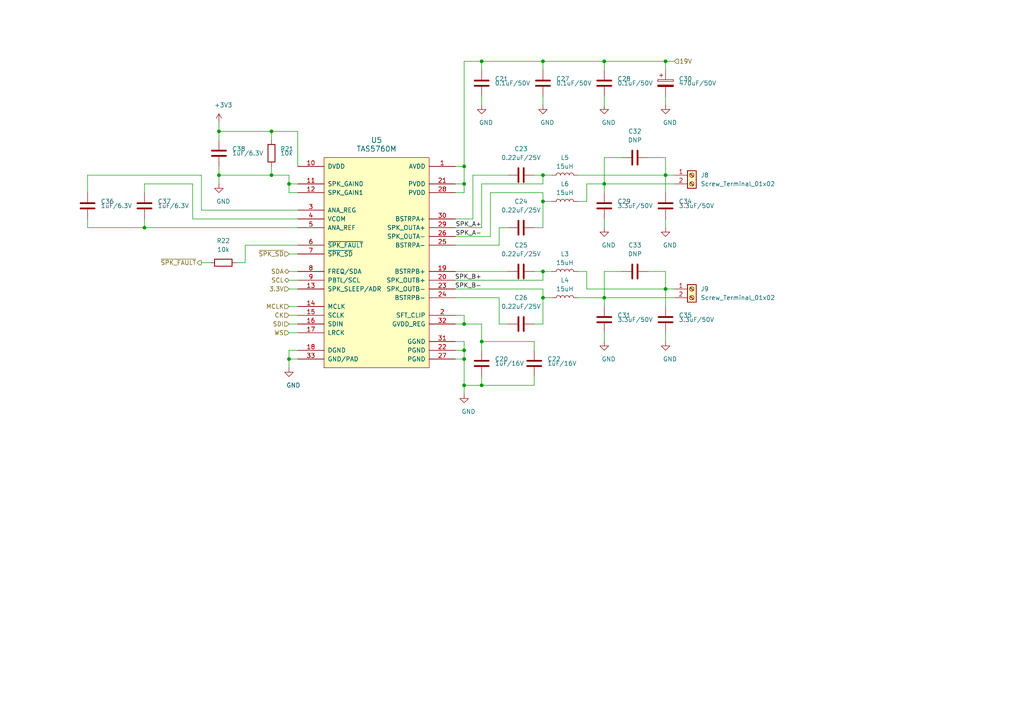
<source format=kicad_sch>
(kicad_sch (version 20210126) (generator eeschema)
  (paper "A4")
  (lib_symbols
    (symbol "Connector:Screw_Terminal_01x02" (pin_names (offset 1.016) hide)
      (property "Reference" "J" (at 0 2.54 0))
      (property "Value" "Screw_Terminal_01x02" (at 0 -5.08 0))
      (symbol "Screw_Terminal_01x02_1_1"
        (circle (center 0 -2.54) (radius 0.635) (stroke (width 0.1524)))
        (circle (center 0 0) (radius 0.635) (stroke (width 0.1524)))
        (rectangle (start -1.27 1.27) (end 1.27 -3.81) (stroke (width 0.254)) (fill (type background)))
        (polyline (pts (xy -0.5334 -2.2098) (xy 0.3302 -3.048)) (stroke (width 0.1524)))
        (polyline (pts (xy -0.5334 0.3302) (xy 0.3302 -0.508)) (stroke (width 0.1524)))
        (polyline (pts (xy -0.3556 -2.032) (xy 0.508 -2.8702)) (stroke (width 0.1524)))
        (polyline (pts (xy -0.3556 0.508) (xy 0.508 -0.3302)) (stroke (width 0.1524)))
        (pin passive line (at -5.08 0 0) (length 3.81) (name "Pin_1") (number "1"))
        (pin passive line (at -5.08 -2.54 0) (length 3.81) (name "Pin_2") (number "2"))
      )
    )
    (symbol "Device:C" (pin_numbers hide) (pin_names (offset 0.254))
      (property "Reference" "C" (at 0.635 2.54 0))
      (property "Value" "C" (at 0.635 -2.54 0))
      (symbol "C_0_1"
        (polyline (pts (xy -2.032 -0.762) (xy 2.032 -0.762)) (stroke (width 0.508)))
        (polyline (pts (xy -2.032 0.762) (xy 2.032 0.762)) (stroke (width 0.508)))
      )
      (symbol "C_1_1"
        (pin passive line (at 0 3.81 270) (length 2.794) (name "~") (number "1"))
        (pin passive line (at 0 -3.81 90) (length 2.794) (name "~") (number "2"))
      )
    )
    (symbol "Device:C_Polarized" (pin_numbers hide) (pin_names (offset 0.254))
      (property "Reference" "C" (at 0.635 2.54 0))
      (property "Value" "C_Polarized" (at 0.635 -2.54 0))
      (symbol "C_Polarized_0_1"
        (rectangle (start -2.286 0.508) (end 2.286 1.016))
        (rectangle (start 2.286 -0.508) (end -2.286 -1.016) (fill (type outline)))
        (polyline (pts (xy -1.778 2.286) (xy -0.762 2.286)))
        (polyline (pts (xy -1.27 2.794) (xy -1.27 1.778)))
      )
      (symbol "C_Polarized_1_1"
        (pin passive line (at 0 3.81 270) (length 2.794) (name "~") (number "1"))
        (pin passive line (at 0 -3.81 90) (length 2.794) (name "~") (number "2"))
      )
    )
    (symbol "Device:L" (pin_numbers hide) (pin_names (offset 1.016) hide)
      (property "Reference" "L" (at -1.27 0 90))
      (property "Value" "L" (at 1.905 0 90))
      (symbol "L_0_1"
        (arc (start 0 -2.54) (end 0 -1.27) (radius (at 0 -1.905) (length 0.635) (angles -89.9 89.9)))
        (arc (start 0 -1.27) (end 0 0) (radius (at 0 -0.635) (length 0.635) (angles -89.9 89.9)))
        (arc (start 0 0) (end 0 1.27) (radius (at 0 0.635) (length 0.635) (angles -89.9 89.9)))
        (arc (start 0 1.27) (end 0 2.54) (radius (at 0 1.905) (length 0.635) (angles -89.9 89.9)))
      )
      (symbol "L_1_1"
        (pin passive line (at 0 3.81 270) (length 1.27) (name "1") (number "1"))
        (pin passive line (at 0 -3.81 90) (length 1.27) (name "2") (number "2"))
      )
    )
    (symbol "Device:R" (pin_numbers hide) (pin_names (offset 0))
      (property "Reference" "R" (at 2.032 0 90))
      (property "Value" "R" (at 0 0 90))
      (symbol "R_0_1"
        (rectangle (start -1.016 -2.54) (end 1.016 2.54) (stroke (width 0.254)))
      )
      (symbol "R_1_1"
        (pin passive line (at 0 3.81 270) (length 1.27) (name "~") (number "1"))
        (pin passive line (at 0 -3.81 90) (length 1.27) (name "~") (number "2"))
      )
    )
    (symbol "HackAmp-Symbols:TAS5760M" (pin_names (offset 1.016))
      (property "Reference" "U" (at -7.62 31.75 0))
      (property "Value" "TAS5760M" (at 5.08 31.75 0))
      (symbol "TAS5760M_1_1"
        (rectangle (start -15.24 -30.48) (end 15.24 30.48) (fill (type background)))
        (pin power_in line (at 22.86 27.94 180) (length 7.62) (name "AVDD") (number "1"))
        (pin power_in line (at -22.86 27.94 0) (length 7.62) (name "DVDD") (number "10"))
        (pin input line (at -22.86 22.86 0) (length 7.62) (name "SPK_GAIN0") (number "11"))
        (pin input line (at -22.86 20.32 0) (length 7.62) (name "SPK_GAIN1") (number "12"))
        (pin input line (at -22.86 -7.62 0) (length 7.62) (name "SPK_SLEEP/ADR") (number "13"))
        (pin input line (at -22.86 -12.7 0) (length 7.62) (name "MCLK") (number "14"))
        (pin input line (at -22.86 -15.24 0) (length 7.62) (name "SCLK") (number "15"))
        (pin input line (at -22.86 -17.78 0) (length 7.62) (name "SDIN") (number "16"))
        (pin input line (at -22.86 -20.32 0) (length 7.62) (name "LRCK") (number "17"))
        (pin power_in line (at -22.86 -25.4 0) (length 7.62) (name "DGND") (number "18"))
        (pin power_out line (at 22.86 -2.54 180) (length 7.62) (name "BSTRPB+") (number "19"))
        (pin input line (at 22.86 -15.24 180) (length 7.62) (name "SFT_CLIP") (number "2"))
        (pin output line (at 22.86 -5.08 180) (length 7.62) (name "SPK_OUTB+") (number "20"))
        (pin power_in line (at 22.86 22.86 180) (length 7.62) (name "PVDD") (number "21"))
        (pin power_in line (at 22.86 -25.4 180) (length 7.62) (name "PGND") (number "22"))
        (pin output line (at 22.86 -7.62 180) (length 7.62) (name "SPK_OUTB-") (number "23"))
        (pin power_out line (at 22.86 -10.16 180) (length 7.62) (name "BSTRPB-") (number "24"))
        (pin power_out line (at 22.86 5.08 180) (length 7.62) (name "BSTRPA-") (number "25"))
        (pin output line (at 22.86 7.62 180) (length 7.62) (name "SPK_OUTA-") (number "26"))
        (pin power_in line (at 22.86 -27.94 180) (length 7.62) (name "PGND") (number "27"))
        (pin power_in line (at 22.86 20.32 180) (length 7.62) (name "PVDD") (number "28"))
        (pin output line (at 22.86 10.16 180) (length 7.62) (name "SPK_OUTA+") (number "29"))
        (pin power_out line (at -22.86 15.24 0) (length 7.62) (name "ANA_REG") (number "3"))
        (pin power_out line (at 22.86 12.7 180) (length 7.62) (name "BSTRPA+") (number "30"))
        (pin power_in line (at 22.86 -22.86 180) (length 7.62) (name "GGND") (number "31"))
        (pin power_out line (at 22.86 -17.78 180) (length 7.62) (name "GVDD_REG") (number "32"))
        (pin power_in line (at -22.86 -27.94 0) (length 7.62) (name "GND/PAD") (number "33"))
        (pin power_out line (at -22.86 12.7 0) (length 7.62) (name "VCOM") (number "4"))
        (pin power_out line (at -22.86 10.16 0) (length 7.62) (name "ANA_REF") (number "5"))
        (pin output line (at -22.86 5.08 0) (length 7.62) (name "~SPK_FAULT") (number "6"))
        (pin output line (at -22.86 2.54 0) (length 7.62) (name "~SPK_SD") (number "7"))
        (pin input line (at -22.86 -2.54 0) (length 7.62) (name "FREQ/SDA") (number "8"))
        (pin input line (at -22.86 -5.08 0) (length 7.62) (name "PBTL/SCL") (number "9"))
      )
    )
    (symbol "power:+3V3" (power) (pin_names (offset 0))
      (property "Value" "+3V3" (at 0 3.556 0))
      (symbol "+3V3_0_1"
        (polyline (pts (xy -0.762 1.27) (xy 0 2.54)))
        (polyline (pts (xy 0 0) (xy 0 2.54)))
        (polyline (pts (xy 0 2.54) (xy 0.762 1.27)))
      )
      (symbol "+3V3_1_1"
        (pin power_in line (at 0 0 90) (length 0) hide (name "+3V3") (number "1"))
      )
    )
    (symbol "power:GND" (power) (pin_names (offset 0))
      (property "Value" "GND" (at 0 -3.81 0))
      (symbol "GND_0_1"
        (polyline (pts (xy 0 0) (xy 0 -1.27) (xy 1.27 -1.27) (xy 0 -2.54) (xy -1.27 -1.27) (xy 0 -1.27)))
      )
      (symbol "GND_1_1"
        (pin power_in line (at 0 0 270) (length 0) hide (name "GND") (number "1"))
      )
    )
  )
  (junction (at 41.91 66.04) (diameter 0.9144))
  (junction (at 63.5 38.1) (diameter 0.9144))
  (junction (at 63.5 50.8) (diameter 0.9144))
  (junction (at 78.74 38.1) (diameter 0.9144))
  (junction (at 78.74 50.8) (diameter 0.9144))
  (junction (at 83.82 53.34) (diameter 0.9144))
  (junction (at 83.82 104.14) (diameter 0.9144))
  (junction (at 134.62 48.26) (diameter 0.9144))
  (junction (at 134.62 53.34) (diameter 0.9144))
  (junction (at 134.62 93.98) (diameter 0.9144))
  (junction (at 134.62 101.6) (diameter 0.9144))
  (junction (at 134.62 104.14) (diameter 0.9144))
  (junction (at 134.62 111.76) (diameter 0.9144))
  (junction (at 139.7 17.78) (diameter 0.9144))
  (junction (at 139.7 99.06) (diameter 0.9144))
  (junction (at 139.7 111.76) (diameter 0.9144))
  (junction (at 157.48 17.78) (diameter 0.9144))
  (junction (at 157.48 50.8) (diameter 0.9144))
  (junction (at 157.48 58.42) (diameter 0.9144))
  (junction (at 157.48 78.74) (diameter 0.9144))
  (junction (at 157.48 86.36) (diameter 0.9144))
  (junction (at 175.26 17.78) (diameter 0.9144))
  (junction (at 175.26 53.34) (diameter 0.9144))
  (junction (at 175.26 86.36) (diameter 0.9144))
  (junction (at 193.04 17.78) (diameter 0.9144))
  (junction (at 193.04 50.8) (diameter 0.9144))
  (junction (at 193.04 83.82) (diameter 0.9144))
  (wire (pts (xy 25.4 50.8) (xy 25.4 55.88)))
  (wire (pts (xy 25.4 63.5) (xy 25.4 66.04)))
  (wire (pts (xy 25.4 66.04) (xy 41.91 66.04)))
  (wire (pts (xy 41.91 53.34) (xy 41.91 55.88)))
  (wire (pts (xy 41.91 53.34) (xy 55.88 53.34)))
  (wire (pts (xy 41.91 63.5) (xy 41.91 66.04)))
  (wire (pts (xy 41.91 66.04) (xy 86.36 66.04)))
  (wire (pts (xy 55.88 53.34) (xy 55.88 63.5)))
  (wire (pts (xy 55.88 63.5) (xy 86.36 63.5)))
  (wire (pts (xy 58.42 50.8) (xy 25.4 50.8)))
  (wire (pts (xy 58.42 60.96) (xy 58.42 50.8)))
  (wire (pts (xy 58.42 76.2) (xy 60.96 76.2)))
  (wire (pts (xy 63.5 35.56) (xy 63.5 38.1)))
  (wire (pts (xy 63.5 38.1) (xy 63.5 40.64)))
  (wire (pts (xy 63.5 38.1) (xy 78.74 38.1)))
  (wire (pts (xy 63.5 50.8) (xy 63.5 48.26)))
  (wire (pts (xy 63.5 50.8) (xy 63.5 53.34)))
  (wire (pts (xy 63.5 50.8) (xy 78.74 50.8)))
  (wire (pts (xy 71.12 71.12) (xy 71.12 76.2)))
  (wire (pts (xy 71.12 76.2) (xy 68.58 76.2)))
  (wire (pts (xy 78.74 38.1) (xy 78.74 40.64)))
  (wire (pts (xy 78.74 50.8) (xy 78.74 48.26)))
  (wire (pts (xy 83.82 50.8) (xy 78.74 50.8)))
  (wire (pts (xy 83.82 50.8) (xy 83.82 53.34)))
  (wire (pts (xy 83.82 53.34) (xy 83.82 55.88)))
  (wire (pts (xy 83.82 55.88) (xy 86.36 55.88)))
  (wire (pts (xy 83.82 73.66) (xy 86.36 73.66)))
  (wire (pts (xy 83.82 78.74) (xy 86.36 78.74)))
  (wire (pts (xy 83.82 81.28) (xy 86.36 81.28)))
  (wire (pts (xy 83.82 83.82) (xy 86.36 83.82)))
  (wire (pts (xy 83.82 88.9) (xy 86.36 88.9)))
  (wire (pts (xy 83.82 91.44) (xy 86.36 91.44)))
  (wire (pts (xy 83.82 93.98) (xy 86.36 93.98)))
  (wire (pts (xy 83.82 96.52) (xy 86.36 96.52)))
  (wire (pts (xy 83.82 101.6) (xy 83.82 104.14)))
  (wire (pts (xy 83.82 104.14) (xy 83.82 106.68)))
  (wire (pts (xy 83.82 104.14) (xy 86.36 104.14)))
  (wire (pts (xy 86.36 38.1) (xy 78.74 38.1)))
  (wire (pts (xy 86.36 48.26) (xy 86.36 38.1)))
  (wire (pts (xy 86.36 53.34) (xy 83.82 53.34)))
  (wire (pts (xy 86.36 60.96) (xy 58.42 60.96)))
  (wire (pts (xy 86.36 71.12) (xy 71.12 71.12)))
  (wire (pts (xy 86.36 101.6) (xy 83.82 101.6)))
  (wire (pts (xy 132.08 48.26) (xy 134.62 48.26)))
  (wire (pts (xy 132.08 53.34) (xy 134.62 53.34)))
  (wire (pts (xy 132.08 55.88) (xy 134.62 55.88)))
  (wire (pts (xy 132.08 68.58) (xy 142.24 68.58)))
  (wire (pts (xy 132.08 78.74) (xy 147.32 78.74)))
  (wire (pts (xy 132.08 83.82) (xy 157.48 83.82)))
  (wire (pts (xy 132.08 91.44) (xy 134.62 91.44)))
  (wire (pts (xy 132.08 93.98) (xy 134.62 93.98)))
  (wire (pts (xy 132.08 99.06) (xy 134.62 99.06)))
  (wire (pts (xy 132.08 101.6) (xy 134.62 101.6)))
  (wire (pts (xy 134.62 17.78) (xy 134.62 48.26)))
  (wire (pts (xy 134.62 17.78) (xy 139.7 17.78)))
  (wire (pts (xy 134.62 53.34) (xy 134.62 48.26)))
  (wire (pts (xy 134.62 55.88) (xy 134.62 53.34)))
  (wire (pts (xy 134.62 91.44) (xy 134.62 93.98)))
  (wire (pts (xy 134.62 99.06) (xy 134.62 101.6)))
  (wire (pts (xy 134.62 101.6) (xy 134.62 104.14)))
  (wire (pts (xy 134.62 104.14) (xy 132.08 104.14)))
  (wire (pts (xy 134.62 111.76) (xy 134.62 104.14)))
  (wire (pts (xy 134.62 111.76) (xy 134.62 114.3)))
  (wire (pts (xy 137.16 50.8) (xy 137.16 63.5)))
  (wire (pts (xy 137.16 63.5) (xy 132.08 63.5)))
  (wire (pts (xy 139.7 17.78) (xy 139.7 20.32)))
  (wire (pts (xy 139.7 27.94) (xy 139.7 30.48)))
  (wire (pts (xy 139.7 53.34) (xy 139.7 66.04)))
  (wire (pts (xy 139.7 66.04) (xy 132.08 66.04)))
  (wire (pts (xy 139.7 93.98) (xy 134.62 93.98)))
  (wire (pts (xy 139.7 99.06) (xy 139.7 93.98)))
  (wire (pts (xy 139.7 99.06) (xy 139.7 101.6)))
  (wire (pts (xy 139.7 99.06) (xy 154.94 99.06)))
  (wire (pts (xy 139.7 109.22) (xy 139.7 111.76)))
  (wire (pts (xy 139.7 111.76) (xy 134.62 111.76)))
  (wire (pts (xy 139.7 111.76) (xy 154.94 111.76)))
  (wire (pts (xy 142.24 55.88) (xy 157.48 55.88)))
  (wire (pts (xy 142.24 68.58) (xy 142.24 55.88)))
  (wire (pts (xy 144.78 66.04) (xy 144.78 71.12)))
  (wire (pts (xy 144.78 71.12) (xy 132.08 71.12)))
  (wire (pts (xy 144.78 86.36) (xy 132.08 86.36)))
  (wire (pts (xy 144.78 93.98) (xy 144.78 86.36)))
  (wire (pts (xy 147.32 50.8) (xy 137.16 50.8)))
  (wire (pts (xy 147.32 66.04) (xy 144.78 66.04)))
  (wire (pts (xy 147.32 93.98) (xy 144.78 93.98)))
  (wire (pts (xy 154.94 50.8) (xy 157.48 50.8)))
  (wire (pts (xy 154.94 78.74) (xy 157.48 78.74)))
  (wire (pts (xy 154.94 99.06) (xy 154.94 101.6)))
  (wire (pts (xy 154.94 111.76) (xy 154.94 109.22)))
  (wire (pts (xy 157.48 17.78) (xy 139.7 17.78)))
  (wire (pts (xy 157.48 17.78) (xy 175.26 17.78)))
  (wire (pts (xy 157.48 20.32) (xy 157.48 17.78)))
  (wire (pts (xy 157.48 27.94) (xy 157.48 30.48)))
  (wire (pts (xy 157.48 50.8) (xy 157.48 53.34)))
  (wire (pts (xy 157.48 50.8) (xy 160.02 50.8)))
  (wire (pts (xy 157.48 53.34) (xy 139.7 53.34)))
  (wire (pts (xy 157.48 55.88) (xy 157.48 58.42)))
  (wire (pts (xy 157.48 58.42) (xy 157.48 66.04)))
  (wire (pts (xy 157.48 58.42) (xy 160.02 58.42)))
  (wire (pts (xy 157.48 66.04) (xy 154.94 66.04)))
  (wire (pts (xy 157.48 78.74) (xy 157.48 81.28)))
  (wire (pts (xy 157.48 78.74) (xy 160.02 78.74)))
  (wire (pts (xy 157.48 81.28) (xy 132.08 81.28)))
  (wire (pts (xy 157.48 83.82) (xy 157.48 86.36)))
  (wire (pts (xy 157.48 86.36) (xy 157.48 93.98)))
  (wire (pts (xy 157.48 86.36) (xy 160.02 86.36)))
  (wire (pts (xy 157.48 93.98) (xy 154.94 93.98)))
  (wire (pts (xy 167.64 50.8) (xy 193.04 50.8)))
  (wire (pts (xy 167.64 58.42) (xy 170.18 58.42)))
  (wire (pts (xy 167.64 86.36) (xy 175.26 86.36)))
  (wire (pts (xy 170.18 53.34) (xy 175.26 53.34)))
  (wire (pts (xy 170.18 58.42) (xy 170.18 53.34)))
  (wire (pts (xy 170.18 78.74) (xy 167.64 78.74)))
  (wire (pts (xy 170.18 83.82) (xy 170.18 78.74)))
  (wire (pts (xy 175.26 17.78) (xy 175.26 20.32)))
  (wire (pts (xy 175.26 17.78) (xy 193.04 17.78)))
  (wire (pts (xy 175.26 27.94) (xy 175.26 30.48)))
  (wire (pts (xy 175.26 45.72) (xy 180.34 45.72)))
  (wire (pts (xy 175.26 53.34) (xy 175.26 45.72)))
  (wire (pts (xy 175.26 53.34) (xy 175.26 55.88)))
  (wire (pts (xy 175.26 53.34) (xy 195.58 53.34)))
  (wire (pts (xy 175.26 63.5) (xy 175.26 66.04)))
  (wire (pts (xy 175.26 78.74) (xy 175.26 86.36)))
  (wire (pts (xy 175.26 86.36) (xy 175.26 88.9)))
  (wire (pts (xy 175.26 86.36) (xy 195.58 86.36)))
  (wire (pts (xy 175.26 96.52) (xy 175.26 99.06)))
  (wire (pts (xy 180.34 78.74) (xy 175.26 78.74)))
  (wire (pts (xy 187.96 45.72) (xy 193.04 45.72)))
  (wire (pts (xy 187.96 78.74) (xy 193.04 78.74)))
  (wire (pts (xy 193.04 17.78) (xy 193.04 20.32)))
  (wire (pts (xy 193.04 17.78) (xy 195.58 17.78)))
  (wire (pts (xy 193.04 27.94) (xy 193.04 30.48)))
  (wire (pts (xy 193.04 45.72) (xy 193.04 50.8)))
  (wire (pts (xy 193.04 50.8) (xy 193.04 55.88)))
  (wire (pts (xy 193.04 50.8) (xy 195.58 50.8)))
  (wire (pts (xy 193.04 63.5) (xy 193.04 66.04)))
  (wire (pts (xy 193.04 78.74) (xy 193.04 83.82)))
  (wire (pts (xy 193.04 83.82) (xy 170.18 83.82)))
  (wire (pts (xy 193.04 83.82) (xy 193.04 88.9)))
  (wire (pts (xy 193.04 96.52) (xy 193.04 99.06)))
  (wire (pts (xy 195.58 83.82) (xy 193.04 83.82)))
  (label "SPK_A+" (at 139.7 66.04 180))
  (label "SPK_A-" (at 139.7 68.58 180))
  (label "SPK_B+" (at 139.7 81.28 180))
  (label "SPK_B-" (at 139.7 83.82 180))
  (hierarchical_label "~SPK_FAULT" (shape output) (at 58.42 76.2 180))
  (hierarchical_label "~SPK_SD" (shape input) (at 83.82 73.66 180))
  (hierarchical_label "SDA" (shape bidirectional) (at 83.82 78.74 180))
  (hierarchical_label "SCL" (shape bidirectional) (at 83.82 81.28 180))
  (hierarchical_label "3.3V" (shape input) (at 83.82 83.82 180))
  (hierarchical_label "MCLK" (shape input) (at 83.82 88.9 180))
  (hierarchical_label "CK" (shape input) (at 83.82 91.44 180))
  (hierarchical_label "SDI" (shape input) (at 83.82 93.98 180))
  (hierarchical_label "WS" (shape input) (at 83.82 96.52 180))
  (hierarchical_label "19V" (shape input) (at 195.58 17.78 0))
  (symbol (lib_id "power:+3V3") (at 63.5 35.56 0) (unit 1)
    (property "Reference" "#PWR0139" (effects hide))
    (property "Value" "+3V3" (at 64.77 30.48 0))
  )
  (symbol (lib_id "power:GND") (at 63.5 53.34 0) (unit 1)
    (property "Reference" "#PWR0138" (effects hide))
    (property "Value" "GND" (at 64.77 58.42 0))
  )
  (symbol (lib_id "power:GND") (at 83.82 106.68 0) (unit 1)
    (property "Reference" "#PWR0137" (effects hide))
    (property "Value" "GND" (at 85.09 111.76 0))
  )
  (symbol (lib_id "power:GND") (at 134.62 114.3 0) (unit 1)
    (property "Reference" "#PWR0131" (effects hide))
    (property "Value" "GND" (at 135.89 119.38 0))
  )
  (symbol (lib_id "power:GND") (at 139.7 30.48 0) (unit 1)
    (property "Reference" "#PWR0133" (effects hide))
    (property "Value" "GND" (at 140.97 35.56 0))
  )
  (symbol (lib_id "power:GND") (at 157.48 30.48 0) (unit 1)
    (property "Reference" "#PWR0132" (effects hide))
    (property "Value" "GND" (at 158.75 35.56 0))
  )
  (symbol (lib_id "power:GND") (at 175.26 30.48 0) (unit 1)
    (property "Reference" "#PWR0129" (effects hide))
    (property "Value" "GND" (at 176.53 35.56 0))
  )
  (symbol (lib_id "power:GND") (at 175.26 66.04 0) (unit 1)
    (property "Reference" "#PWR0130" (effects hide))
    (property "Value" "GND" (at 176.53 71.12 0))
  )
  (symbol (lib_id "power:GND") (at 175.26 99.06 0) (unit 1)
    (property "Reference" "#PWR0136" (effects hide))
    (property "Value" "GND" (at 176.53 104.14 0))
  )
  (symbol (lib_id "power:GND") (at 193.04 30.48 0) (unit 1)
    (property "Reference" "#PWR0128" (effects hide))
    (property "Value" "GND" (at 194.31 35.56 0))
  )
  (symbol (lib_id "power:GND") (at 193.04 66.04 0) (unit 1)
    (property "Reference" "#PWR0134" (effects hide))
    (property "Value" "GND" (at 194.31 71.12 0))
  )
  (symbol (lib_id "power:GND") (at 193.04 99.06 0) (unit 1)
    (property "Reference" "#PWR0135" (effects hide))
    (property "Value" "GND" (at 194.31 104.14 0))
  )
  (symbol (lib_id "Device:L") (at 163.83 50.8 90) (unit 1)
    (property "Reference" "L5" (at 163.83 45.72 90))
    (property "Value" "15uH" (at 163.83 48.26 90))
    (property "Footprint" "HackAmp-Footprints:L_Bourns_SRR1208" (effects hide))
    (property "Part Name" "Bourns SRR1208-150ML" (effects hide))
    (property "Mouser" "652-SRR1208-150ML" (effects hide))
  )
  (symbol (lib_id "Device:L") (at 163.83 58.42 90) (unit 1)
    (property "Reference" "L6" (at 163.83 53.34 90))
    (property "Value" "15uH" (at 163.83 55.88 90))
    (property "Footprint" "HackAmp-Footprints:L_Bourns_SRR1208" (effects hide))
    (property "Part Name" "Bourns SRR1208-150ML" (effects hide))
    (property "Mouser" "652-SRR1208-150ML" (effects hide))
  )
  (symbol (lib_id "Device:L") (at 163.83 78.74 90) (unit 1)
    (property "Reference" "L3" (at 163.83 73.66 90))
    (property "Value" "15uH" (at 163.83 76.2 90))
    (property "Footprint" "HackAmp-Footprints:L_Bourns_SRR1208" (effects hide))
    (property "Part Name" "Bourns SRR1208-150ML" (effects hide))
    (property "Mouser" "652-SRR1208-150ML" (effects hide))
  )
  (symbol (lib_id "Device:L") (at 163.83 86.36 90) (unit 1)
    (property "Reference" "L4" (at 163.83 81.28 90))
    (property "Value" "15uH" (at 163.83 83.82 90))
    (property "Footprint" "HackAmp-Footprints:L_Bourns_SRR1208" (effects hide))
    (property "Part Name" "Bourns SRR1208-150ML" (effects hide))
    (property "Mouser" "652-SRR1208-150ML" (effects hide))
  )
  (symbol (lib_id "Device:R") (at 64.77 76.2 270) (mirror x) (unit 1)
    (property "Reference" "R22" (at 64.77 69.85 90))
    (property "Value" "10k" (at 64.77 72.39 90))
    (property "Footprint" "Resistor_SMD:R_0603_1608Metric" (effects hide))
    (property "Mouser" "652-CR0603FX-1002ELF" (effects hide))
    (property "Part Name" "Bourns CR0603-FX-1002ELF" (effects hide))
  )
  (symbol (lib_id "Device:R") (at 78.74 44.45 0) (mirror y) (unit 1)
    (property "Reference" "R21" (at 81.28 43.18 0) (effects (justify right)))
    (property "Value" "10k" (at 81.28 44.45 0) (effects (justify right)))
    (property "Footprint" "Resistor_SMD:R_0603_1608Metric" (effects hide))
    (property "Mouser" "652-CR0603FX-1002ELF" (effects hide))
    (property "Part Name" "Bourns CR0603-FX-1002ELF" (effects hide))
  )
  (symbol (lib_id "Connector:Screw_Terminal_01x02") (at 200.66 50.8 0) (unit 1)
    (property "Reference" "J8" (at 203.2 50.8 0) (effects (justify left)))
    (property "Value" "Screw_Terminal_01x02" (at 203.2 53.34 0) (effects (justify left)))
    (property "Footprint" "HackAmp-Footprints:TE_796638-2_1x02_P5.08mm_Horizontal" (effects hide))
    (property "Mouser" "571-7966382" (effects hide))
    (property "Part Name" "TE Connectivity 796638-2" (effects hide))
  )
  (symbol (lib_id "Connector:Screw_Terminal_01x02") (at 200.66 83.82 0) (unit 1)
    (property "Reference" "J9" (at 203.2 83.82 0) (effects (justify left)))
    (property "Value" "Screw_Terminal_01x02" (at 203.2 86.36 0) (effects (justify left)))
    (property "Footprint" "HackAmp-Footprints:TE_796638-2_1x02_P5.08mm_Horizontal" (effects hide))
    (property "Mouser" "571-7966382" (effects hide))
    (property "Part Name" "TE Connectivity 796638-2" (effects hide))
  )
  (symbol (lib_id "Device:C") (at 25.4 59.69 0) (unit 1)
    (property "Reference" "C36" (at 29.21 58.42 0) (effects (justify left)))
    (property "Value" "1uF/6.3V" (at 29.21 59.69 0) (effects (justify left)))
    (property "Footprint" "Capacitor_SMD:C_0603_1608Metric" (effects hide))
    (property "Mouser" "963-EMK107BJ105KA-T" (effects hide))
    (property "Part Name" "Yaiyo Yuden EMK107BJ105KA-T" (effects hide))
  )
  (symbol (lib_id "Device:C") (at 41.91 59.69 0) (unit 1)
    (property "Reference" "C37" (at 45.72 58.42 0) (effects (justify left)))
    (property "Value" "1uF/6.3V" (at 45.72 59.69 0) (effects (justify left)))
    (property "Footprint" "Capacitor_SMD:C_0603_1608Metric" (effects hide))
    (property "Mouser" "963-EMK107BJ105KA-T" (effects hide))
    (property "Part Name" "Yaiyo Yuden EMK107BJ105KA-T" (effects hide))
  )
  (symbol (lib_id "Device:C") (at 63.5 44.45 180) (unit 1)
    (property "Reference" "C38" (at 67.31 43.18 0) (effects (justify right)))
    (property "Value" "1uF/6.3V" (at 67.31 44.45 0) (effects (justify right)))
    (property "Footprint" "Capacitor_SMD:C_0603_1608Metric" (effects hide))
    (property "Mouser" "963-EMK107BJ105KA-T" (effects hide))
    (property "Part Name" "Yaiyo Yuden EMK107BJ105KA-T" (effects hide))
  )
  (symbol (lib_id "Device:C") (at 139.7 24.13 0) (unit 1)
    (property "Reference" "C21" (at 143.51 22.86 0) (effects (justify left)))
    (property "Value" "0.1uF/50V" (at 143.51 24.13 0) (effects (justify left)))
    (property "Footprint" "Capacitor_SMD:C_0603_1608Metric" (effects hide))
    (property "Mouser" "581-06035G104Z" (effects hide))
    (property "Part Name" "AVX 06035G104ZAT2A" (effects hide))
  )
  (symbol (lib_id "Device:C") (at 139.7 105.41 0) (unit 1)
    (property "Reference" "C20" (at 143.51 104.14 0) (effects (justify left)))
    (property "Value" "1uF/16V" (at 143.51 105.41 0) (effects (justify left)))
    (property "Footprint" "Capacitor_SMD:C_0603_1608Metric" (effects hide))
    (property "Mouser" "963-EMK107BJ105KA-T" (effects hide))
    (property "Part Name" "Yaiyo Yuden EMK107BJ105KA-T" (effects hide))
  )
  (symbol (lib_id "Device:C") (at 151.13 50.8 90) (unit 1)
    (property "Reference" "C23" (at 151.13 43.18 90))
    (property "Value" "0.22uF/25V" (at 151.13 45.72 90))
    (property "Footprint" "Capacitor_SMD:C_0805_2012Metric" (effects hide))
    (property "Mouser" "187-CL21B224KBFNNNG" (effects hide))
    (property "Part Name" "Samsung CL21B224KBFNNNG" (effects hide))
  )
  (symbol (lib_id "Device:C") (at 151.13 66.04 90) (unit 1)
    (property "Reference" "C24" (at 151.13 58.42 90))
    (property "Value" "0.22uF/25V" (at 151.13 60.96 90))
    (property "Footprint" "Capacitor_SMD:C_0805_2012Metric" (effects hide))
    (property "Mouser" "187-CL21B224KBFNNNG" (effects hide))
    (property "Part Name" "Samsung CL21B224KBFNNNG" (effects hide))
  )
  (symbol (lib_id "Device:C") (at 151.13 78.74 90) (unit 1)
    (property "Reference" "C25" (at 151.13 71.12 90))
    (property "Value" "0.22uF/25V" (at 151.13 73.66 90))
    (property "Footprint" "Capacitor_SMD:C_0805_2012Metric" (effects hide))
    (property "Mouser" "187-CL21B224KBFNNNG" (effects hide))
    (property "Part Name" "Samsung CL21B224KBFNNNG" (effects hide))
  )
  (symbol (lib_id "Device:C") (at 151.13 93.98 90) (unit 1)
    (property "Reference" "C26" (at 151.13 86.36 90))
    (property "Value" "0.22uF/25V" (at 151.13 88.9 90))
    (property "Footprint" "Capacitor_SMD:C_0805_2012Metric" (effects hide))
    (property "Mouser" "187-CL21B224KBFNNNG" (effects hide))
    (property "Part Name" "Samsung CL21B224KBFNNNG" (effects hide))
  )
  (symbol (lib_id "Device:C") (at 154.94 105.41 0) (unit 1)
    (property "Reference" "C22" (at 158.75 104.14 0) (effects (justify left)))
    (property "Value" "1uF/16V" (at 158.75 105.41 0) (effects (justify left)))
    (property "Footprint" "Capacitor_SMD:C_0603_1608Metric" (effects hide))
    (property "Mouser" "963-EMK107BJ105KA-T" (effects hide))
    (property "Part Name" "Yaiyo Yuden EMK107BJ105KA-T" (effects hide))
  )
  (symbol (lib_id "Device:C") (at 157.48 24.13 0) (unit 1)
    (property "Reference" "C27" (at 161.29 22.86 0) (effects (justify left)))
    (property "Value" "0.1uF/50V" (at 161.29 24.13 0) (effects (justify left)))
    (property "Footprint" "Capacitor_SMD:C_0603_1608Metric" (effects hide))
    (property "Mouser" "581-06035G104Z" (effects hide))
    (property "Part Name" "AVX 06035G104ZAT2A" (effects hide))
  )
  (symbol (lib_id "Device:C") (at 175.26 24.13 0) (unit 1)
    (property "Reference" "C28" (at 179.07 22.86 0) (effects (justify left)))
    (property "Value" "0.1uF/50V" (at 179.07 24.13 0) (effects (justify left)))
    (property "Footprint" "Capacitor_SMD:C_0603_1608Metric" (effects hide))
    (property "Mouser" "581-06035G104Z" (effects hide))
    (property "Part Name" "AVX 06035G104ZAT2A" (effects hide))
  )
  (symbol (lib_id "Device:C") (at 175.26 59.69 0) (unit 1)
    (property "Reference" "C29" (at 179.07 58.42 0) (effects (justify left)))
    (property "Value" "3.3uF/50V" (at 179.07 59.69 0) (effects (justify left)))
    (property "Footprint" "Capacitor_SMD:C_0805_2012Metric" (effects hide))
    (property "Part Name" "TDK C2012X5R1H335K125AB" (effects hide))
    (property "Mouser" "810-C2012X5R1H335K" (effects hide))
  )
  (symbol (lib_id "Device:C") (at 175.26 92.71 0) (unit 1)
    (property "Reference" "C31" (at 179.07 91.44 0) (effects (justify left)))
    (property "Value" "3.3uF/50V" (at 179.07 92.71 0) (effects (justify left)))
    (property "Footprint" "Capacitor_SMD:C_0805_2012Metric" (effects hide))
    (property "Part Name" "TDK C2012X5R1H335K125AB" (effects hide))
    (property "Mouser" "810-C2012X5R1H335K" (effects hide))
  )
  (symbol (lib_id "Device:C") (at 184.15 45.72 270) (unit 1)
    (property "Reference" "C32" (at 184.15 38.1 90))
    (property "Value" "DNP" (at 184.15 40.64 90))
    (property "Footprint" "Capacitor_THT:C_Rect_L10.3mm_W4.5mm_P7.50mm_MKS4" (effects hide))
  )
  (symbol (lib_id "Device:C") (at 184.15 78.74 270) (unit 1)
    (property "Reference" "C33" (at 184.15 71.12 90))
    (property "Value" "DNP" (at 184.15 73.66 90))
    (property "Footprint" "Capacitor_THT:C_Rect_L10.3mm_W4.5mm_P7.50mm_MKS4" (effects hide))
  )
  (symbol (lib_id "Device:C_Polarized") (at 193.04 24.13 0) (unit 1)
    (property "Reference" "C30" (at 196.85 22.86 0) (effects (justify left)))
    (property "Value" "470uF/50V" (at 196.85 24.13 0) (effects (justify left)))
    (property "Footprint" "Capacitor_SMD:CP_Elec_16x17.5" (effects hide))
    (property "Part Name" "Nichicon UCD1J471MNQ1MS" (effects hide))
    (property "Mouser" "647-UCD1J471MNQ1MS" (effects hide))
  )
  (symbol (lib_id "Device:C") (at 193.04 59.69 0) (unit 1)
    (property "Reference" "C34" (at 196.85 58.42 0) (effects (justify left)))
    (property "Value" "3.3uF/50V" (at 196.85 59.69 0) (effects (justify left)))
    (property "Footprint" "Capacitor_SMD:C_0805_2012Metric" (effects hide))
    (property "Part Name" "TDK C2012X5R1H335K125AB" (effects hide))
    (property "Mouser" "810-C2012X5R1H335K" (effects hide))
  )
  (symbol (lib_id "Device:C") (at 193.04 92.71 0) (unit 1)
    (property "Reference" "C35" (at 196.85 91.44 0) (effects (justify left)))
    (property "Value" "3.3uF/50V" (at 196.85 92.71 0) (effects (justify left)))
    (property "Footprint" "Capacitor_SMD:C_0805_2012Metric" (effects hide))
    (property "Part Name" "TDK C2012X5R1H335K125AB" (effects hide))
    (property "Mouser" "810-C2012X5R1H335K" (effects hide))
  )
  (symbol (lib_id "HackAmp-Symbols:TAS5760M") (at 109.22 76.2 0) (unit 1)
    (property "Reference" "U5" (at 109.22 40.64 0) (effects (font (size 1.524 1.524))))
    (property "Value" "TAS5760M" (at 109.22 43.18 0) (effects (font (size 1.524 1.524))))
    (property "Footprint" "HackAmp-Footprints:TexasInstruments_DAP32" (effects hide))
    (property "Datasheet" "https://www.ti.com/lit/ds/symlink/tas5760m.pdf" (effects hide))
    (property "Mouser" "595-TAS5760MDAP" (effects hide))
    (property "Part Name" "Texas Instruments TAS5760MDAP" (effects hide))
  )
)
</source>
